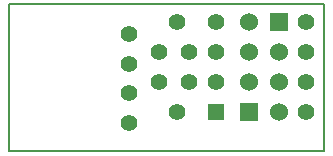
<source format=gbl>
G04 (created by PCBNEW-RS274X (2012-apr-16-27)-stable) date Fri 30 Aug 2013 09:54:41 AM IST*
G01*
G70*
G90*
%MOIN*%
G04 Gerber Fmt 3.4, Leading zero omitted, Abs format*
%FSLAX34Y34*%
G04 APERTURE LIST*
%ADD10C,0.006000*%
%ADD11C,0.007100*%
%ADD12C,0.007200*%
%ADD13C,0.055000*%
%ADD14R,0.055000X0.055000*%
%ADD15R,0.060000X0.060000*%
%ADD16C,0.060000*%
G04 APERTURE END LIST*
G54D10*
G54D11*
X34000Y-43200D02*
X34000Y-38300D01*
G54D12*
X44500Y-43200D02*
X34000Y-43200D01*
X44500Y-38300D02*
X44500Y-43200D01*
X34000Y-38300D02*
X44500Y-38300D01*
G54D13*
X38000Y-42250D03*
X38000Y-41250D03*
G54D14*
X40900Y-41900D03*
G54D13*
X40900Y-40900D03*
X40900Y-39900D03*
X40900Y-38900D03*
X43900Y-38900D03*
X43900Y-39900D03*
X43900Y-40900D03*
X43900Y-41900D03*
G54D15*
X43000Y-38900D03*
G54D16*
X43000Y-39900D03*
X43000Y-40900D03*
X43000Y-41900D03*
G54D15*
X42000Y-41900D03*
G54D16*
X42000Y-40900D03*
X42000Y-39900D03*
X42000Y-38900D03*
G54D13*
X39000Y-40900D03*
X40000Y-40900D03*
X39000Y-39900D03*
X40000Y-39900D03*
X38000Y-39300D03*
X38000Y-40300D03*
X39600Y-38900D03*
X39600Y-41900D03*
M02*

</source>
